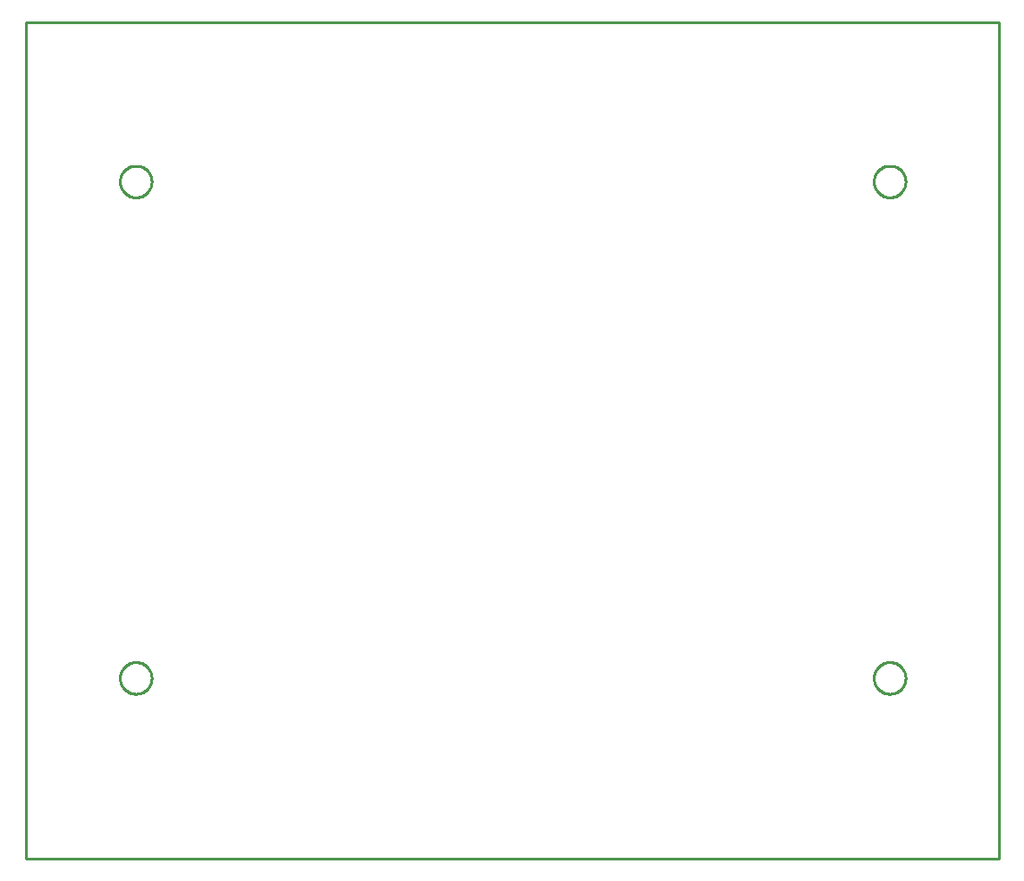
<source format=gbr>
G04 EAGLE Gerber RS-274X export*
G75*
%MOMM*%
%FSLAX34Y34*%
%LPD*%
%IN*%
%IPPOS*%
%AMOC8*
5,1,8,0,0,1.08239X$1,22.5*%
G01*
%ADD10C,0.254000*%


D10*
X10160Y0D02*
X931420Y0D01*
X931420Y792380D01*
X10160Y792380D01*
X10160Y0D01*
X113764Y626600D02*
X112696Y626676D01*
X111635Y626829D01*
X110588Y627057D01*
X109560Y627359D01*
X108556Y627733D01*
X107581Y628178D01*
X106641Y628692D01*
X105740Y629271D01*
X104882Y629913D01*
X104072Y630615D01*
X103315Y631372D01*
X102613Y632182D01*
X101971Y633040D01*
X101392Y633941D01*
X100878Y634881D01*
X100433Y635856D01*
X100059Y636860D01*
X99757Y637888D01*
X99529Y638935D01*
X99376Y639996D01*
X99300Y641064D01*
X99300Y642136D01*
X99376Y643204D01*
X99529Y644265D01*
X99757Y645312D01*
X100059Y646340D01*
X100433Y647344D01*
X100878Y648319D01*
X101392Y649259D01*
X101971Y650160D01*
X102613Y651018D01*
X103315Y651828D01*
X104072Y652585D01*
X104882Y653287D01*
X105740Y653929D01*
X106641Y654508D01*
X107581Y655022D01*
X108556Y655467D01*
X109560Y655841D01*
X110588Y656143D01*
X111635Y656371D01*
X112696Y656524D01*
X113764Y656600D01*
X114836Y656600D01*
X115904Y656524D01*
X116965Y656371D01*
X118012Y656143D01*
X119040Y655841D01*
X120044Y655467D01*
X121019Y655022D01*
X121959Y654508D01*
X122860Y653929D01*
X123718Y653287D01*
X124528Y652585D01*
X125285Y651828D01*
X125987Y651018D01*
X126629Y650160D01*
X127208Y649259D01*
X127722Y648319D01*
X128167Y647344D01*
X128541Y646340D01*
X128843Y645312D01*
X129071Y644265D01*
X129224Y643204D01*
X129300Y642136D01*
X129300Y641064D01*
X129224Y639996D01*
X129071Y638935D01*
X128843Y637888D01*
X128541Y636860D01*
X128167Y635856D01*
X127722Y634881D01*
X127208Y633941D01*
X126629Y633040D01*
X125987Y632182D01*
X125285Y631372D01*
X124528Y630615D01*
X123718Y629913D01*
X122860Y629271D01*
X121959Y628692D01*
X121019Y628178D01*
X120044Y627733D01*
X119040Y627359D01*
X118012Y627057D01*
X116965Y626829D01*
X115904Y626676D01*
X114836Y626600D01*
X113764Y626600D01*
X113764Y156200D02*
X112696Y156276D01*
X111635Y156429D01*
X110588Y156657D01*
X109560Y156959D01*
X108556Y157333D01*
X107581Y157778D01*
X106641Y158292D01*
X105740Y158871D01*
X104882Y159513D01*
X104072Y160215D01*
X103315Y160972D01*
X102613Y161782D01*
X101971Y162640D01*
X101392Y163541D01*
X100878Y164481D01*
X100433Y165456D01*
X100059Y166460D01*
X99757Y167488D01*
X99529Y168535D01*
X99376Y169596D01*
X99300Y170664D01*
X99300Y171736D01*
X99376Y172804D01*
X99529Y173865D01*
X99757Y174912D01*
X100059Y175940D01*
X100433Y176944D01*
X100878Y177919D01*
X101392Y178859D01*
X101971Y179760D01*
X102613Y180618D01*
X103315Y181428D01*
X104072Y182185D01*
X104882Y182887D01*
X105740Y183529D01*
X106641Y184108D01*
X107581Y184622D01*
X108556Y185067D01*
X109560Y185441D01*
X110588Y185743D01*
X111635Y185971D01*
X112696Y186124D01*
X113764Y186200D01*
X114836Y186200D01*
X115904Y186124D01*
X116965Y185971D01*
X118012Y185743D01*
X119040Y185441D01*
X120044Y185067D01*
X121019Y184622D01*
X121959Y184108D01*
X122860Y183529D01*
X123718Y182887D01*
X124528Y182185D01*
X125285Y181428D01*
X125987Y180618D01*
X126629Y179760D01*
X127208Y178859D01*
X127722Y177919D01*
X128167Y176944D01*
X128541Y175940D01*
X128843Y174912D01*
X129071Y173865D01*
X129224Y172804D01*
X129300Y171736D01*
X129300Y170664D01*
X129224Y169596D01*
X129071Y168535D01*
X128843Y167488D01*
X128541Y166460D01*
X128167Y165456D01*
X127722Y164481D01*
X127208Y163541D01*
X126629Y162640D01*
X125987Y161782D01*
X125285Y160972D01*
X124528Y160215D01*
X123718Y159513D01*
X122860Y158871D01*
X121959Y158292D01*
X121019Y157778D01*
X120044Y157333D01*
X119040Y156959D01*
X118012Y156657D01*
X116965Y156429D01*
X115904Y156276D01*
X114836Y156200D01*
X113764Y156200D01*
X828576Y186200D02*
X829644Y186124D01*
X830705Y185971D01*
X831752Y185743D01*
X832780Y185441D01*
X833784Y185067D01*
X834759Y184622D01*
X835699Y184108D01*
X836600Y183529D01*
X837458Y182887D01*
X838268Y182185D01*
X839025Y181428D01*
X839727Y180618D01*
X840369Y179760D01*
X840948Y178859D01*
X841462Y177919D01*
X841907Y176944D01*
X842281Y175940D01*
X842583Y174912D01*
X842811Y173865D01*
X842964Y172804D01*
X843040Y171736D01*
X843040Y170664D01*
X842964Y169596D01*
X842811Y168535D01*
X842583Y167488D01*
X842281Y166460D01*
X841907Y165456D01*
X841462Y164481D01*
X840948Y163541D01*
X840369Y162640D01*
X839727Y161782D01*
X839025Y160972D01*
X838268Y160215D01*
X837458Y159513D01*
X836600Y158871D01*
X835699Y158292D01*
X834759Y157778D01*
X833784Y157333D01*
X832780Y156959D01*
X831752Y156657D01*
X830705Y156429D01*
X829644Y156276D01*
X828576Y156200D01*
X827504Y156200D01*
X826436Y156276D01*
X825375Y156429D01*
X824328Y156657D01*
X823300Y156959D01*
X822296Y157333D01*
X821321Y157778D01*
X820381Y158292D01*
X819480Y158871D01*
X818622Y159513D01*
X817812Y160215D01*
X817055Y160972D01*
X816353Y161782D01*
X815711Y162640D01*
X815132Y163541D01*
X814618Y164481D01*
X814173Y165456D01*
X813799Y166460D01*
X813497Y167488D01*
X813269Y168535D01*
X813116Y169596D01*
X813040Y170664D01*
X813040Y171736D01*
X813116Y172804D01*
X813269Y173865D01*
X813497Y174912D01*
X813799Y175940D01*
X814173Y176944D01*
X814618Y177919D01*
X815132Y178859D01*
X815711Y179760D01*
X816353Y180618D01*
X817055Y181428D01*
X817812Y182185D01*
X818622Y182887D01*
X819480Y183529D01*
X820381Y184108D01*
X821321Y184622D01*
X822296Y185067D01*
X823300Y185441D01*
X824328Y185743D01*
X825375Y185971D01*
X826436Y186124D01*
X827504Y186200D01*
X828576Y186200D01*
X828576Y656600D02*
X829644Y656524D01*
X830705Y656371D01*
X831752Y656143D01*
X832780Y655841D01*
X833784Y655467D01*
X834759Y655022D01*
X835699Y654508D01*
X836600Y653929D01*
X837458Y653287D01*
X838268Y652585D01*
X839025Y651828D01*
X839727Y651018D01*
X840369Y650160D01*
X840948Y649259D01*
X841462Y648319D01*
X841907Y647344D01*
X842281Y646340D01*
X842583Y645312D01*
X842811Y644265D01*
X842964Y643204D01*
X843040Y642136D01*
X843040Y641064D01*
X842964Y639996D01*
X842811Y638935D01*
X842583Y637888D01*
X842281Y636860D01*
X841907Y635856D01*
X841462Y634881D01*
X840948Y633941D01*
X840369Y633040D01*
X839727Y632182D01*
X839025Y631372D01*
X838268Y630615D01*
X837458Y629913D01*
X836600Y629271D01*
X835699Y628692D01*
X834759Y628178D01*
X833784Y627733D01*
X832780Y627359D01*
X831752Y627057D01*
X830705Y626829D01*
X829644Y626676D01*
X828576Y626600D01*
X827504Y626600D01*
X826436Y626676D01*
X825375Y626829D01*
X824328Y627057D01*
X823300Y627359D01*
X822296Y627733D01*
X821321Y628178D01*
X820381Y628692D01*
X819480Y629271D01*
X818622Y629913D01*
X817812Y630615D01*
X817055Y631372D01*
X816353Y632182D01*
X815711Y633040D01*
X815132Y633941D01*
X814618Y634881D01*
X814173Y635856D01*
X813799Y636860D01*
X813497Y637888D01*
X813269Y638935D01*
X813116Y639996D01*
X813040Y641064D01*
X813040Y642136D01*
X813116Y643204D01*
X813269Y644265D01*
X813497Y645312D01*
X813799Y646340D01*
X814173Y647344D01*
X814618Y648319D01*
X815132Y649259D01*
X815711Y650160D01*
X816353Y651018D01*
X817055Y651828D01*
X817812Y652585D01*
X818622Y653287D01*
X819480Y653929D01*
X820381Y654508D01*
X821321Y655022D01*
X822296Y655467D01*
X823300Y655841D01*
X824328Y656143D01*
X825375Y656371D01*
X826436Y656524D01*
X827504Y656600D01*
X828576Y656600D01*
M02*

</source>
